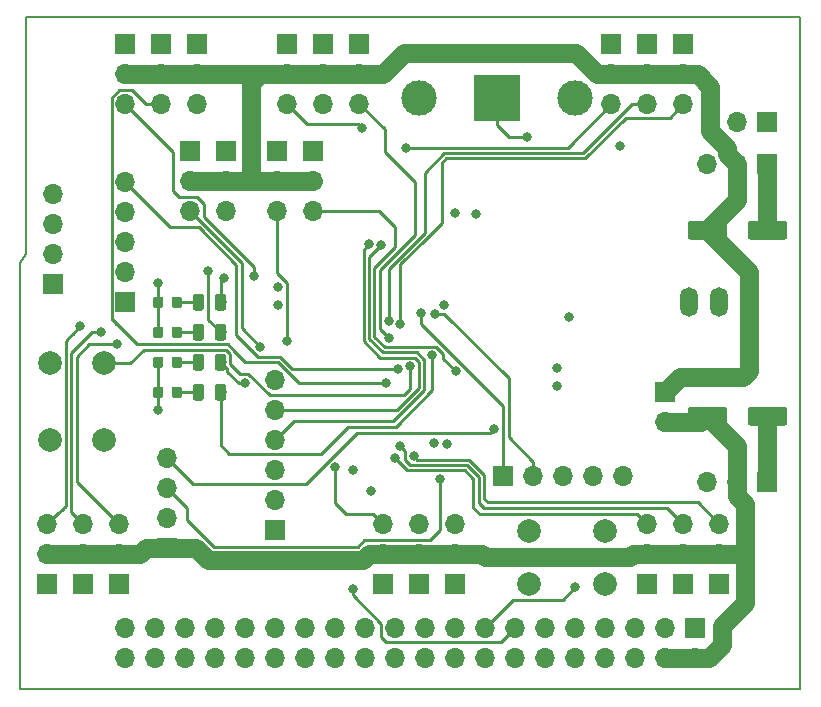
<source format=gbr>
G04 #@! TF.GenerationSoftware,KiCad,Pcbnew,(5.1.0)-1*
G04 #@! TF.CreationDate,2019-04-21T19:35:35+02:00*
G04 #@! TF.ProjectId,RM Board03,524d2042-6f61-4726-9430-332e6b696361,rev?*
G04 #@! TF.SameCoordinates,Original*
G04 #@! TF.FileFunction,Copper,L1,Top*
G04 #@! TF.FilePolarity,Positive*
%FSLAX46Y46*%
G04 Gerber Fmt 4.6, Leading zero omitted, Abs format (unit mm)*
G04 Created by KiCad (PCBNEW (5.1.0)-1) date 2019-04-21 19:35:35*
%MOMM*%
%LPD*%
G04 APERTURE LIST*
%ADD10C,0.150000*%
%ADD11O,1.700000X1.700000*%
%ADD12R,1.700000X1.700000*%
%ADD13C,1.600000*%
%ADD14R,4.000000X4.000000*%
%ADD15C,3.000000*%
%ADD16C,0.875000*%
%ADD17O,1.500000X2.500000*%
%ADD18R,1.500000X2.500000*%
%ADD19C,0.975000*%
%ADD20C,2.000000*%
%ADD21C,0.800000*%
%ADD22C,1.600000*%
%ADD23C,0.250000*%
G04 APERTURE END LIST*
D10*
X99314000Y-118872000D02*
X99314000Y-98806000D01*
X98806000Y-119634000D02*
X99314000Y-118872000D01*
X98806000Y-155702000D02*
X98806000Y-119634000D01*
X164846000Y-155702000D02*
X98806000Y-155702000D01*
X164846000Y-98806000D02*
X164846000Y-155702000D01*
X99314000Y-98806000D02*
X164846000Y-98806000D01*
D11*
X149860000Y-137668000D03*
X147320000Y-137668000D03*
X144780000Y-137668000D03*
X142240000Y-137668000D03*
D12*
X139700000Y-137668000D03*
D10*
G36*
X163486504Y-116041204D02*
G01*
X163510773Y-116044804D01*
X163534571Y-116050765D01*
X163557671Y-116059030D01*
X163579849Y-116069520D01*
X163600893Y-116082133D01*
X163620598Y-116096747D01*
X163638777Y-116113223D01*
X163655253Y-116131402D01*
X163669867Y-116151107D01*
X163682480Y-116172151D01*
X163692970Y-116194329D01*
X163701235Y-116217429D01*
X163707196Y-116241227D01*
X163710796Y-116265496D01*
X163712000Y-116290000D01*
X163712000Y-117390000D01*
X163710796Y-117414504D01*
X163707196Y-117438773D01*
X163701235Y-117462571D01*
X163692970Y-117485671D01*
X163682480Y-117507849D01*
X163669867Y-117528893D01*
X163655253Y-117548598D01*
X163638777Y-117566777D01*
X163620598Y-117583253D01*
X163600893Y-117597867D01*
X163579849Y-117610480D01*
X163557671Y-117620970D01*
X163534571Y-117629235D01*
X163510773Y-117635196D01*
X163486504Y-117638796D01*
X163462000Y-117640000D01*
X160637000Y-117640000D01*
X160612496Y-117638796D01*
X160588227Y-117635196D01*
X160564429Y-117629235D01*
X160541329Y-117620970D01*
X160519151Y-117610480D01*
X160498107Y-117597867D01*
X160478402Y-117583253D01*
X160460223Y-117566777D01*
X160443747Y-117548598D01*
X160429133Y-117528893D01*
X160416520Y-117507849D01*
X160406030Y-117485671D01*
X160397765Y-117462571D01*
X160391804Y-117438773D01*
X160388204Y-117414504D01*
X160387000Y-117390000D01*
X160387000Y-116290000D01*
X160388204Y-116265496D01*
X160391804Y-116241227D01*
X160397765Y-116217429D01*
X160406030Y-116194329D01*
X160416520Y-116172151D01*
X160429133Y-116151107D01*
X160443747Y-116131402D01*
X160460223Y-116113223D01*
X160478402Y-116096747D01*
X160498107Y-116082133D01*
X160519151Y-116069520D01*
X160541329Y-116059030D01*
X160564429Y-116050765D01*
X160588227Y-116044804D01*
X160612496Y-116041204D01*
X160637000Y-116040000D01*
X163462000Y-116040000D01*
X163486504Y-116041204D01*
X163486504Y-116041204D01*
G37*
D13*
X162049500Y-116840000D03*
D10*
G36*
X158411504Y-116041204D02*
G01*
X158435773Y-116044804D01*
X158459571Y-116050765D01*
X158482671Y-116059030D01*
X158504849Y-116069520D01*
X158525893Y-116082133D01*
X158545598Y-116096747D01*
X158563777Y-116113223D01*
X158580253Y-116131402D01*
X158594867Y-116151107D01*
X158607480Y-116172151D01*
X158617970Y-116194329D01*
X158626235Y-116217429D01*
X158632196Y-116241227D01*
X158635796Y-116265496D01*
X158637000Y-116290000D01*
X158637000Y-117390000D01*
X158635796Y-117414504D01*
X158632196Y-117438773D01*
X158626235Y-117462571D01*
X158617970Y-117485671D01*
X158607480Y-117507849D01*
X158594867Y-117528893D01*
X158580253Y-117548598D01*
X158563777Y-117566777D01*
X158545598Y-117583253D01*
X158525893Y-117597867D01*
X158504849Y-117610480D01*
X158482671Y-117620970D01*
X158459571Y-117629235D01*
X158435773Y-117635196D01*
X158411504Y-117638796D01*
X158387000Y-117640000D01*
X155562000Y-117640000D01*
X155537496Y-117638796D01*
X155513227Y-117635196D01*
X155489429Y-117629235D01*
X155466329Y-117620970D01*
X155444151Y-117610480D01*
X155423107Y-117597867D01*
X155403402Y-117583253D01*
X155385223Y-117566777D01*
X155368747Y-117548598D01*
X155354133Y-117528893D01*
X155341520Y-117507849D01*
X155331030Y-117485671D01*
X155322765Y-117462571D01*
X155316804Y-117438773D01*
X155313204Y-117414504D01*
X155312000Y-117390000D01*
X155312000Y-116290000D01*
X155313204Y-116265496D01*
X155316804Y-116241227D01*
X155322765Y-116217429D01*
X155331030Y-116194329D01*
X155341520Y-116172151D01*
X155354133Y-116151107D01*
X155368747Y-116131402D01*
X155385223Y-116113223D01*
X155403402Y-116096747D01*
X155423107Y-116082133D01*
X155444151Y-116069520D01*
X155466329Y-116059030D01*
X155489429Y-116050765D01*
X155513227Y-116044804D01*
X155537496Y-116041204D01*
X155562000Y-116040000D01*
X158387000Y-116040000D01*
X158411504Y-116041204D01*
X158411504Y-116041204D01*
G37*
D13*
X156974500Y-116840000D03*
D11*
X135636000Y-141732000D03*
X135636000Y-144272000D03*
D12*
X135636000Y-146812000D03*
D11*
X154940000Y-141732000D03*
X154940000Y-144272000D03*
D12*
X154940000Y-146812000D03*
D10*
G36*
X163486504Y-131789204D02*
G01*
X163510773Y-131792804D01*
X163534571Y-131798765D01*
X163557671Y-131807030D01*
X163579849Y-131817520D01*
X163600893Y-131830133D01*
X163620598Y-131844747D01*
X163638777Y-131861223D01*
X163655253Y-131879402D01*
X163669867Y-131899107D01*
X163682480Y-131920151D01*
X163692970Y-131942329D01*
X163701235Y-131965429D01*
X163707196Y-131989227D01*
X163710796Y-132013496D01*
X163712000Y-132038000D01*
X163712000Y-133138000D01*
X163710796Y-133162504D01*
X163707196Y-133186773D01*
X163701235Y-133210571D01*
X163692970Y-133233671D01*
X163682480Y-133255849D01*
X163669867Y-133276893D01*
X163655253Y-133296598D01*
X163638777Y-133314777D01*
X163620598Y-133331253D01*
X163600893Y-133345867D01*
X163579849Y-133358480D01*
X163557671Y-133368970D01*
X163534571Y-133377235D01*
X163510773Y-133383196D01*
X163486504Y-133386796D01*
X163462000Y-133388000D01*
X160637000Y-133388000D01*
X160612496Y-133386796D01*
X160588227Y-133383196D01*
X160564429Y-133377235D01*
X160541329Y-133368970D01*
X160519151Y-133358480D01*
X160498107Y-133345867D01*
X160478402Y-133331253D01*
X160460223Y-133314777D01*
X160443747Y-133296598D01*
X160429133Y-133276893D01*
X160416520Y-133255849D01*
X160406030Y-133233671D01*
X160397765Y-133210571D01*
X160391804Y-133186773D01*
X160388204Y-133162504D01*
X160387000Y-133138000D01*
X160387000Y-132038000D01*
X160388204Y-132013496D01*
X160391804Y-131989227D01*
X160397765Y-131965429D01*
X160406030Y-131942329D01*
X160416520Y-131920151D01*
X160429133Y-131899107D01*
X160443747Y-131879402D01*
X160460223Y-131861223D01*
X160478402Y-131844747D01*
X160498107Y-131830133D01*
X160519151Y-131817520D01*
X160541329Y-131807030D01*
X160564429Y-131798765D01*
X160588227Y-131792804D01*
X160612496Y-131789204D01*
X160637000Y-131788000D01*
X163462000Y-131788000D01*
X163486504Y-131789204D01*
X163486504Y-131789204D01*
G37*
D13*
X162049500Y-132588000D03*
D10*
G36*
X158411504Y-131789204D02*
G01*
X158435773Y-131792804D01*
X158459571Y-131798765D01*
X158482671Y-131807030D01*
X158504849Y-131817520D01*
X158525893Y-131830133D01*
X158545598Y-131844747D01*
X158563777Y-131861223D01*
X158580253Y-131879402D01*
X158594867Y-131899107D01*
X158607480Y-131920151D01*
X158617970Y-131942329D01*
X158626235Y-131965429D01*
X158632196Y-131989227D01*
X158635796Y-132013496D01*
X158637000Y-132038000D01*
X158637000Y-133138000D01*
X158635796Y-133162504D01*
X158632196Y-133186773D01*
X158626235Y-133210571D01*
X158617970Y-133233671D01*
X158607480Y-133255849D01*
X158594867Y-133276893D01*
X158580253Y-133296598D01*
X158563777Y-133314777D01*
X158545598Y-133331253D01*
X158525893Y-133345867D01*
X158504849Y-133358480D01*
X158482671Y-133368970D01*
X158459571Y-133377235D01*
X158435773Y-133383196D01*
X158411504Y-133386796D01*
X158387000Y-133388000D01*
X155562000Y-133388000D01*
X155537496Y-133386796D01*
X155513227Y-133383196D01*
X155489429Y-133377235D01*
X155466329Y-133368970D01*
X155444151Y-133358480D01*
X155423107Y-133345867D01*
X155403402Y-133331253D01*
X155385223Y-133314777D01*
X155368747Y-133296598D01*
X155354133Y-133276893D01*
X155341520Y-133255849D01*
X155331030Y-133233671D01*
X155322765Y-133210571D01*
X155316804Y-133186773D01*
X155313204Y-133162504D01*
X155312000Y-133138000D01*
X155312000Y-132038000D01*
X155313204Y-132013496D01*
X155316804Y-131989227D01*
X155322765Y-131965429D01*
X155331030Y-131942329D01*
X155341520Y-131920151D01*
X155354133Y-131899107D01*
X155368747Y-131879402D01*
X155385223Y-131861223D01*
X155403402Y-131844747D01*
X155423107Y-131830133D01*
X155444151Y-131817520D01*
X155466329Y-131807030D01*
X155489429Y-131798765D01*
X155513227Y-131792804D01*
X155537496Y-131789204D01*
X155562000Y-131788000D01*
X158387000Y-131788000D01*
X158411504Y-131789204D01*
X158411504Y-131789204D01*
G37*
D13*
X156974500Y-132588000D03*
D11*
X156972000Y-138176000D03*
X159512000Y-138176000D03*
D12*
X162052000Y-138176000D03*
D11*
X153416000Y-133096000D03*
D12*
X153416000Y-130556000D03*
D11*
X156972000Y-111252000D03*
X159512000Y-111252000D03*
D12*
X162052000Y-111252000D03*
D14*
X139192000Y-105664000D03*
D15*
X132592000Y-105664000D03*
X145792000Y-105664000D03*
D12*
X111252000Y-143764000D03*
D11*
X111252000Y-141224000D03*
X111252000Y-138684000D03*
X111252000Y-136144000D03*
X127508000Y-106172000D03*
X127508000Y-103632000D03*
D12*
X127508000Y-101092000D03*
D11*
X124460000Y-106172000D03*
X124460000Y-103632000D03*
D12*
X124460000Y-101092000D03*
D11*
X107696000Y-106172000D03*
X107696000Y-103632000D03*
D12*
X107696000Y-101092000D03*
D11*
X129540000Y-141732000D03*
X129540000Y-144272000D03*
D12*
X129540000Y-146812000D03*
D11*
X101092000Y-141732000D03*
X101092000Y-144272000D03*
D12*
X101092000Y-146812000D03*
D11*
X151892000Y-141732000D03*
X151892000Y-144272000D03*
D12*
X151892000Y-146812000D03*
D11*
X157988000Y-141732000D03*
X157988000Y-144272000D03*
D12*
X157988000Y-146812000D03*
D11*
X107188000Y-141732000D03*
X107188000Y-144272000D03*
D12*
X107188000Y-146812000D03*
D11*
X154940000Y-106172000D03*
X154940000Y-103632000D03*
D12*
X154940000Y-101092000D03*
D11*
X104140000Y-141732000D03*
X104140000Y-144272000D03*
D12*
X104140000Y-146812000D03*
D11*
X123571000Y-115189000D03*
X123571000Y-112649000D03*
D12*
X123571000Y-110109000D03*
D11*
X113157000Y-115189000D03*
X113157000Y-112649000D03*
D12*
X113157000Y-110109000D03*
D11*
X151892000Y-106172000D03*
X151892000Y-103632000D03*
D12*
X151892000Y-101092000D03*
D11*
X132588000Y-141732000D03*
X132588000Y-144272000D03*
D12*
X132588000Y-146812000D03*
D11*
X110744000Y-106172000D03*
X110744000Y-103632000D03*
D12*
X110744000Y-101092000D03*
D11*
X148844000Y-106172000D03*
X148844000Y-103632000D03*
D12*
X148844000Y-101092000D03*
D11*
X116205000Y-115189000D03*
X116205000Y-112649000D03*
D12*
X116205000Y-110109000D03*
D11*
X121412000Y-106172000D03*
X121412000Y-103632000D03*
D12*
X121412000Y-101092000D03*
D11*
X120523000Y-115189000D03*
X120523000Y-112649000D03*
D12*
X120523000Y-110109000D03*
D11*
X113792000Y-106172000D03*
X113792000Y-103632000D03*
D12*
X113792000Y-101092000D03*
D11*
X107696000Y-112776000D03*
X107696000Y-115316000D03*
X107696000Y-117856000D03*
X107696000Y-120396000D03*
D12*
X107696000Y-122936000D03*
D11*
X120396000Y-129540000D03*
X120396000Y-132080000D03*
X120396000Y-134620000D03*
X120396000Y-137160000D03*
X120396000Y-139700000D03*
D12*
X120396000Y-142240000D03*
D10*
G36*
X112279691Y-125002053D02*
G01*
X112300926Y-125005203D01*
X112321750Y-125010419D01*
X112341962Y-125017651D01*
X112361368Y-125026830D01*
X112379781Y-125037866D01*
X112397024Y-125050654D01*
X112412930Y-125065070D01*
X112427346Y-125080976D01*
X112440134Y-125098219D01*
X112451170Y-125116632D01*
X112460349Y-125136038D01*
X112467581Y-125156250D01*
X112472797Y-125177074D01*
X112475947Y-125198309D01*
X112477000Y-125219750D01*
X112477000Y-125732250D01*
X112475947Y-125753691D01*
X112472797Y-125774926D01*
X112467581Y-125795750D01*
X112460349Y-125815962D01*
X112451170Y-125835368D01*
X112440134Y-125853781D01*
X112427346Y-125871024D01*
X112412930Y-125886930D01*
X112397024Y-125901346D01*
X112379781Y-125914134D01*
X112361368Y-125925170D01*
X112341962Y-125934349D01*
X112321750Y-125941581D01*
X112300926Y-125946797D01*
X112279691Y-125949947D01*
X112258250Y-125951000D01*
X111820750Y-125951000D01*
X111799309Y-125949947D01*
X111778074Y-125946797D01*
X111757250Y-125941581D01*
X111737038Y-125934349D01*
X111717632Y-125925170D01*
X111699219Y-125914134D01*
X111681976Y-125901346D01*
X111666070Y-125886930D01*
X111651654Y-125871024D01*
X111638866Y-125853781D01*
X111627830Y-125835368D01*
X111618651Y-125815962D01*
X111611419Y-125795750D01*
X111606203Y-125774926D01*
X111603053Y-125753691D01*
X111602000Y-125732250D01*
X111602000Y-125219750D01*
X111603053Y-125198309D01*
X111606203Y-125177074D01*
X111611419Y-125156250D01*
X111618651Y-125136038D01*
X111627830Y-125116632D01*
X111638866Y-125098219D01*
X111651654Y-125080976D01*
X111666070Y-125065070D01*
X111681976Y-125050654D01*
X111699219Y-125037866D01*
X111717632Y-125026830D01*
X111737038Y-125017651D01*
X111757250Y-125010419D01*
X111778074Y-125005203D01*
X111799309Y-125002053D01*
X111820750Y-125001000D01*
X112258250Y-125001000D01*
X112279691Y-125002053D01*
X112279691Y-125002053D01*
G37*
D16*
X112039500Y-125476000D03*
D10*
G36*
X110704691Y-125002053D02*
G01*
X110725926Y-125005203D01*
X110746750Y-125010419D01*
X110766962Y-125017651D01*
X110786368Y-125026830D01*
X110804781Y-125037866D01*
X110822024Y-125050654D01*
X110837930Y-125065070D01*
X110852346Y-125080976D01*
X110865134Y-125098219D01*
X110876170Y-125116632D01*
X110885349Y-125136038D01*
X110892581Y-125156250D01*
X110897797Y-125177074D01*
X110900947Y-125198309D01*
X110902000Y-125219750D01*
X110902000Y-125732250D01*
X110900947Y-125753691D01*
X110897797Y-125774926D01*
X110892581Y-125795750D01*
X110885349Y-125815962D01*
X110876170Y-125835368D01*
X110865134Y-125853781D01*
X110852346Y-125871024D01*
X110837930Y-125886930D01*
X110822024Y-125901346D01*
X110804781Y-125914134D01*
X110786368Y-125925170D01*
X110766962Y-125934349D01*
X110746750Y-125941581D01*
X110725926Y-125946797D01*
X110704691Y-125949947D01*
X110683250Y-125951000D01*
X110245750Y-125951000D01*
X110224309Y-125949947D01*
X110203074Y-125946797D01*
X110182250Y-125941581D01*
X110162038Y-125934349D01*
X110142632Y-125925170D01*
X110124219Y-125914134D01*
X110106976Y-125901346D01*
X110091070Y-125886930D01*
X110076654Y-125871024D01*
X110063866Y-125853781D01*
X110052830Y-125835368D01*
X110043651Y-125815962D01*
X110036419Y-125795750D01*
X110031203Y-125774926D01*
X110028053Y-125753691D01*
X110027000Y-125732250D01*
X110027000Y-125219750D01*
X110028053Y-125198309D01*
X110031203Y-125177074D01*
X110036419Y-125156250D01*
X110043651Y-125136038D01*
X110052830Y-125116632D01*
X110063866Y-125098219D01*
X110076654Y-125080976D01*
X110091070Y-125065070D01*
X110106976Y-125050654D01*
X110124219Y-125037866D01*
X110142632Y-125026830D01*
X110162038Y-125017651D01*
X110182250Y-125010419D01*
X110203074Y-125005203D01*
X110224309Y-125002053D01*
X110245750Y-125001000D01*
X110683250Y-125001000D01*
X110704691Y-125002053D01*
X110704691Y-125002053D01*
G37*
D16*
X110464500Y-125476000D03*
D10*
G36*
X112279691Y-127542053D02*
G01*
X112300926Y-127545203D01*
X112321750Y-127550419D01*
X112341962Y-127557651D01*
X112361368Y-127566830D01*
X112379781Y-127577866D01*
X112397024Y-127590654D01*
X112412930Y-127605070D01*
X112427346Y-127620976D01*
X112440134Y-127638219D01*
X112451170Y-127656632D01*
X112460349Y-127676038D01*
X112467581Y-127696250D01*
X112472797Y-127717074D01*
X112475947Y-127738309D01*
X112477000Y-127759750D01*
X112477000Y-128272250D01*
X112475947Y-128293691D01*
X112472797Y-128314926D01*
X112467581Y-128335750D01*
X112460349Y-128355962D01*
X112451170Y-128375368D01*
X112440134Y-128393781D01*
X112427346Y-128411024D01*
X112412930Y-128426930D01*
X112397024Y-128441346D01*
X112379781Y-128454134D01*
X112361368Y-128465170D01*
X112341962Y-128474349D01*
X112321750Y-128481581D01*
X112300926Y-128486797D01*
X112279691Y-128489947D01*
X112258250Y-128491000D01*
X111820750Y-128491000D01*
X111799309Y-128489947D01*
X111778074Y-128486797D01*
X111757250Y-128481581D01*
X111737038Y-128474349D01*
X111717632Y-128465170D01*
X111699219Y-128454134D01*
X111681976Y-128441346D01*
X111666070Y-128426930D01*
X111651654Y-128411024D01*
X111638866Y-128393781D01*
X111627830Y-128375368D01*
X111618651Y-128355962D01*
X111611419Y-128335750D01*
X111606203Y-128314926D01*
X111603053Y-128293691D01*
X111602000Y-128272250D01*
X111602000Y-127759750D01*
X111603053Y-127738309D01*
X111606203Y-127717074D01*
X111611419Y-127696250D01*
X111618651Y-127676038D01*
X111627830Y-127656632D01*
X111638866Y-127638219D01*
X111651654Y-127620976D01*
X111666070Y-127605070D01*
X111681976Y-127590654D01*
X111699219Y-127577866D01*
X111717632Y-127566830D01*
X111737038Y-127557651D01*
X111757250Y-127550419D01*
X111778074Y-127545203D01*
X111799309Y-127542053D01*
X111820750Y-127541000D01*
X112258250Y-127541000D01*
X112279691Y-127542053D01*
X112279691Y-127542053D01*
G37*
D16*
X112039500Y-128016000D03*
D10*
G36*
X110704691Y-127542053D02*
G01*
X110725926Y-127545203D01*
X110746750Y-127550419D01*
X110766962Y-127557651D01*
X110786368Y-127566830D01*
X110804781Y-127577866D01*
X110822024Y-127590654D01*
X110837930Y-127605070D01*
X110852346Y-127620976D01*
X110865134Y-127638219D01*
X110876170Y-127656632D01*
X110885349Y-127676038D01*
X110892581Y-127696250D01*
X110897797Y-127717074D01*
X110900947Y-127738309D01*
X110902000Y-127759750D01*
X110902000Y-128272250D01*
X110900947Y-128293691D01*
X110897797Y-128314926D01*
X110892581Y-128335750D01*
X110885349Y-128355962D01*
X110876170Y-128375368D01*
X110865134Y-128393781D01*
X110852346Y-128411024D01*
X110837930Y-128426930D01*
X110822024Y-128441346D01*
X110804781Y-128454134D01*
X110786368Y-128465170D01*
X110766962Y-128474349D01*
X110746750Y-128481581D01*
X110725926Y-128486797D01*
X110704691Y-128489947D01*
X110683250Y-128491000D01*
X110245750Y-128491000D01*
X110224309Y-128489947D01*
X110203074Y-128486797D01*
X110182250Y-128481581D01*
X110162038Y-128474349D01*
X110142632Y-128465170D01*
X110124219Y-128454134D01*
X110106976Y-128441346D01*
X110091070Y-128426930D01*
X110076654Y-128411024D01*
X110063866Y-128393781D01*
X110052830Y-128375368D01*
X110043651Y-128355962D01*
X110036419Y-128335750D01*
X110031203Y-128314926D01*
X110028053Y-128293691D01*
X110027000Y-128272250D01*
X110027000Y-127759750D01*
X110028053Y-127738309D01*
X110031203Y-127717074D01*
X110036419Y-127696250D01*
X110043651Y-127676038D01*
X110052830Y-127656632D01*
X110063866Y-127638219D01*
X110076654Y-127620976D01*
X110091070Y-127605070D01*
X110106976Y-127590654D01*
X110124219Y-127577866D01*
X110142632Y-127566830D01*
X110162038Y-127557651D01*
X110182250Y-127550419D01*
X110203074Y-127545203D01*
X110224309Y-127542053D01*
X110245750Y-127541000D01*
X110683250Y-127541000D01*
X110704691Y-127542053D01*
X110704691Y-127542053D01*
G37*
D16*
X110464500Y-128016000D03*
D10*
G36*
X112279691Y-122462053D02*
G01*
X112300926Y-122465203D01*
X112321750Y-122470419D01*
X112341962Y-122477651D01*
X112361368Y-122486830D01*
X112379781Y-122497866D01*
X112397024Y-122510654D01*
X112412930Y-122525070D01*
X112427346Y-122540976D01*
X112440134Y-122558219D01*
X112451170Y-122576632D01*
X112460349Y-122596038D01*
X112467581Y-122616250D01*
X112472797Y-122637074D01*
X112475947Y-122658309D01*
X112477000Y-122679750D01*
X112477000Y-123192250D01*
X112475947Y-123213691D01*
X112472797Y-123234926D01*
X112467581Y-123255750D01*
X112460349Y-123275962D01*
X112451170Y-123295368D01*
X112440134Y-123313781D01*
X112427346Y-123331024D01*
X112412930Y-123346930D01*
X112397024Y-123361346D01*
X112379781Y-123374134D01*
X112361368Y-123385170D01*
X112341962Y-123394349D01*
X112321750Y-123401581D01*
X112300926Y-123406797D01*
X112279691Y-123409947D01*
X112258250Y-123411000D01*
X111820750Y-123411000D01*
X111799309Y-123409947D01*
X111778074Y-123406797D01*
X111757250Y-123401581D01*
X111737038Y-123394349D01*
X111717632Y-123385170D01*
X111699219Y-123374134D01*
X111681976Y-123361346D01*
X111666070Y-123346930D01*
X111651654Y-123331024D01*
X111638866Y-123313781D01*
X111627830Y-123295368D01*
X111618651Y-123275962D01*
X111611419Y-123255750D01*
X111606203Y-123234926D01*
X111603053Y-123213691D01*
X111602000Y-123192250D01*
X111602000Y-122679750D01*
X111603053Y-122658309D01*
X111606203Y-122637074D01*
X111611419Y-122616250D01*
X111618651Y-122596038D01*
X111627830Y-122576632D01*
X111638866Y-122558219D01*
X111651654Y-122540976D01*
X111666070Y-122525070D01*
X111681976Y-122510654D01*
X111699219Y-122497866D01*
X111717632Y-122486830D01*
X111737038Y-122477651D01*
X111757250Y-122470419D01*
X111778074Y-122465203D01*
X111799309Y-122462053D01*
X111820750Y-122461000D01*
X112258250Y-122461000D01*
X112279691Y-122462053D01*
X112279691Y-122462053D01*
G37*
D16*
X112039500Y-122936000D03*
D10*
G36*
X110704691Y-122462053D02*
G01*
X110725926Y-122465203D01*
X110746750Y-122470419D01*
X110766962Y-122477651D01*
X110786368Y-122486830D01*
X110804781Y-122497866D01*
X110822024Y-122510654D01*
X110837930Y-122525070D01*
X110852346Y-122540976D01*
X110865134Y-122558219D01*
X110876170Y-122576632D01*
X110885349Y-122596038D01*
X110892581Y-122616250D01*
X110897797Y-122637074D01*
X110900947Y-122658309D01*
X110902000Y-122679750D01*
X110902000Y-123192250D01*
X110900947Y-123213691D01*
X110897797Y-123234926D01*
X110892581Y-123255750D01*
X110885349Y-123275962D01*
X110876170Y-123295368D01*
X110865134Y-123313781D01*
X110852346Y-123331024D01*
X110837930Y-123346930D01*
X110822024Y-123361346D01*
X110804781Y-123374134D01*
X110786368Y-123385170D01*
X110766962Y-123394349D01*
X110746750Y-123401581D01*
X110725926Y-123406797D01*
X110704691Y-123409947D01*
X110683250Y-123411000D01*
X110245750Y-123411000D01*
X110224309Y-123409947D01*
X110203074Y-123406797D01*
X110182250Y-123401581D01*
X110162038Y-123394349D01*
X110142632Y-123385170D01*
X110124219Y-123374134D01*
X110106976Y-123361346D01*
X110091070Y-123346930D01*
X110076654Y-123331024D01*
X110063866Y-123313781D01*
X110052830Y-123295368D01*
X110043651Y-123275962D01*
X110036419Y-123255750D01*
X110031203Y-123234926D01*
X110028053Y-123213691D01*
X110027000Y-123192250D01*
X110027000Y-122679750D01*
X110028053Y-122658309D01*
X110031203Y-122637074D01*
X110036419Y-122616250D01*
X110043651Y-122596038D01*
X110052830Y-122576632D01*
X110063866Y-122558219D01*
X110076654Y-122540976D01*
X110091070Y-122525070D01*
X110106976Y-122510654D01*
X110124219Y-122497866D01*
X110142632Y-122486830D01*
X110162038Y-122477651D01*
X110182250Y-122470419D01*
X110203074Y-122465203D01*
X110224309Y-122462053D01*
X110245750Y-122461000D01*
X110683250Y-122461000D01*
X110704691Y-122462053D01*
X110704691Y-122462053D01*
G37*
D16*
X110464500Y-122936000D03*
D17*
X155448000Y-122936000D03*
X157988000Y-122936000D03*
D18*
X160528000Y-122936000D03*
D11*
X101600000Y-113792000D03*
X101600000Y-116332000D03*
X101600000Y-118872000D03*
D12*
X101600000Y-121412000D03*
D11*
X107636990Y-153062349D03*
X107636990Y-150522349D03*
X110176990Y-153062349D03*
X110176990Y-150522349D03*
X112716990Y-153062349D03*
X112716990Y-150522349D03*
X115256990Y-153062349D03*
X115256990Y-150522349D03*
X117796990Y-153062349D03*
X117796990Y-150522349D03*
X120336990Y-153062349D03*
X120336990Y-150522349D03*
X122876990Y-153062349D03*
X122876990Y-150522349D03*
X125416990Y-153062349D03*
X125416990Y-150522349D03*
X127956990Y-153062349D03*
X127956990Y-150522349D03*
X130496990Y-153062349D03*
X130496990Y-150522349D03*
X133036990Y-153062349D03*
X133036990Y-150522349D03*
X135576990Y-153062349D03*
X135576990Y-150522349D03*
X138116990Y-153062349D03*
X138116990Y-150522349D03*
X140656990Y-153062349D03*
X140656990Y-150522349D03*
X143196990Y-153062349D03*
X143196990Y-150522349D03*
X145736990Y-153062349D03*
X145736990Y-150522349D03*
X148276990Y-153062349D03*
X148276990Y-150522349D03*
X150816990Y-153062349D03*
X150816990Y-150522349D03*
X153356990Y-153062349D03*
X153356990Y-150522349D03*
X155896990Y-153062349D03*
D12*
X155896990Y-150522349D03*
D10*
G36*
X112279691Y-130082053D02*
G01*
X112300926Y-130085203D01*
X112321750Y-130090419D01*
X112341962Y-130097651D01*
X112361368Y-130106830D01*
X112379781Y-130117866D01*
X112397024Y-130130654D01*
X112412930Y-130145070D01*
X112427346Y-130160976D01*
X112440134Y-130178219D01*
X112451170Y-130196632D01*
X112460349Y-130216038D01*
X112467581Y-130236250D01*
X112472797Y-130257074D01*
X112475947Y-130278309D01*
X112477000Y-130299750D01*
X112477000Y-130812250D01*
X112475947Y-130833691D01*
X112472797Y-130854926D01*
X112467581Y-130875750D01*
X112460349Y-130895962D01*
X112451170Y-130915368D01*
X112440134Y-130933781D01*
X112427346Y-130951024D01*
X112412930Y-130966930D01*
X112397024Y-130981346D01*
X112379781Y-130994134D01*
X112361368Y-131005170D01*
X112341962Y-131014349D01*
X112321750Y-131021581D01*
X112300926Y-131026797D01*
X112279691Y-131029947D01*
X112258250Y-131031000D01*
X111820750Y-131031000D01*
X111799309Y-131029947D01*
X111778074Y-131026797D01*
X111757250Y-131021581D01*
X111737038Y-131014349D01*
X111717632Y-131005170D01*
X111699219Y-130994134D01*
X111681976Y-130981346D01*
X111666070Y-130966930D01*
X111651654Y-130951024D01*
X111638866Y-130933781D01*
X111627830Y-130915368D01*
X111618651Y-130895962D01*
X111611419Y-130875750D01*
X111606203Y-130854926D01*
X111603053Y-130833691D01*
X111602000Y-130812250D01*
X111602000Y-130299750D01*
X111603053Y-130278309D01*
X111606203Y-130257074D01*
X111611419Y-130236250D01*
X111618651Y-130216038D01*
X111627830Y-130196632D01*
X111638866Y-130178219D01*
X111651654Y-130160976D01*
X111666070Y-130145070D01*
X111681976Y-130130654D01*
X111699219Y-130117866D01*
X111717632Y-130106830D01*
X111737038Y-130097651D01*
X111757250Y-130090419D01*
X111778074Y-130085203D01*
X111799309Y-130082053D01*
X111820750Y-130081000D01*
X112258250Y-130081000D01*
X112279691Y-130082053D01*
X112279691Y-130082053D01*
G37*
D16*
X112039500Y-130556000D03*
D10*
G36*
X110704691Y-130082053D02*
G01*
X110725926Y-130085203D01*
X110746750Y-130090419D01*
X110766962Y-130097651D01*
X110786368Y-130106830D01*
X110804781Y-130117866D01*
X110822024Y-130130654D01*
X110837930Y-130145070D01*
X110852346Y-130160976D01*
X110865134Y-130178219D01*
X110876170Y-130196632D01*
X110885349Y-130216038D01*
X110892581Y-130236250D01*
X110897797Y-130257074D01*
X110900947Y-130278309D01*
X110902000Y-130299750D01*
X110902000Y-130812250D01*
X110900947Y-130833691D01*
X110897797Y-130854926D01*
X110892581Y-130875750D01*
X110885349Y-130895962D01*
X110876170Y-130915368D01*
X110865134Y-130933781D01*
X110852346Y-130951024D01*
X110837930Y-130966930D01*
X110822024Y-130981346D01*
X110804781Y-130994134D01*
X110786368Y-131005170D01*
X110766962Y-131014349D01*
X110746750Y-131021581D01*
X110725926Y-131026797D01*
X110704691Y-131029947D01*
X110683250Y-131031000D01*
X110245750Y-131031000D01*
X110224309Y-131029947D01*
X110203074Y-131026797D01*
X110182250Y-131021581D01*
X110162038Y-131014349D01*
X110142632Y-131005170D01*
X110124219Y-130994134D01*
X110106976Y-130981346D01*
X110091070Y-130966930D01*
X110076654Y-130951024D01*
X110063866Y-130933781D01*
X110052830Y-130915368D01*
X110043651Y-130895962D01*
X110036419Y-130875750D01*
X110031203Y-130854926D01*
X110028053Y-130833691D01*
X110027000Y-130812250D01*
X110027000Y-130299750D01*
X110028053Y-130278309D01*
X110031203Y-130257074D01*
X110036419Y-130236250D01*
X110043651Y-130216038D01*
X110052830Y-130196632D01*
X110063866Y-130178219D01*
X110076654Y-130160976D01*
X110091070Y-130145070D01*
X110106976Y-130130654D01*
X110124219Y-130117866D01*
X110142632Y-130106830D01*
X110162038Y-130097651D01*
X110182250Y-130090419D01*
X110203074Y-130085203D01*
X110224309Y-130082053D01*
X110245750Y-130081000D01*
X110683250Y-130081000D01*
X110704691Y-130082053D01*
X110704691Y-130082053D01*
G37*
D16*
X110464500Y-130556000D03*
D10*
G36*
X114138142Y-124777174D02*
G01*
X114161803Y-124780684D01*
X114185007Y-124786496D01*
X114207529Y-124794554D01*
X114229153Y-124804782D01*
X114249670Y-124817079D01*
X114268883Y-124831329D01*
X114286607Y-124847393D01*
X114302671Y-124865117D01*
X114316921Y-124884330D01*
X114329218Y-124904847D01*
X114339446Y-124926471D01*
X114347504Y-124948993D01*
X114353316Y-124972197D01*
X114356826Y-124995858D01*
X114358000Y-125019750D01*
X114358000Y-125932250D01*
X114356826Y-125956142D01*
X114353316Y-125979803D01*
X114347504Y-126003007D01*
X114339446Y-126025529D01*
X114329218Y-126047153D01*
X114316921Y-126067670D01*
X114302671Y-126086883D01*
X114286607Y-126104607D01*
X114268883Y-126120671D01*
X114249670Y-126134921D01*
X114229153Y-126147218D01*
X114207529Y-126157446D01*
X114185007Y-126165504D01*
X114161803Y-126171316D01*
X114138142Y-126174826D01*
X114114250Y-126176000D01*
X113626750Y-126176000D01*
X113602858Y-126174826D01*
X113579197Y-126171316D01*
X113555993Y-126165504D01*
X113533471Y-126157446D01*
X113511847Y-126147218D01*
X113491330Y-126134921D01*
X113472117Y-126120671D01*
X113454393Y-126104607D01*
X113438329Y-126086883D01*
X113424079Y-126067670D01*
X113411782Y-126047153D01*
X113401554Y-126025529D01*
X113393496Y-126003007D01*
X113387684Y-125979803D01*
X113384174Y-125956142D01*
X113383000Y-125932250D01*
X113383000Y-125019750D01*
X113384174Y-124995858D01*
X113387684Y-124972197D01*
X113393496Y-124948993D01*
X113401554Y-124926471D01*
X113411782Y-124904847D01*
X113424079Y-124884330D01*
X113438329Y-124865117D01*
X113454393Y-124847393D01*
X113472117Y-124831329D01*
X113491330Y-124817079D01*
X113511847Y-124804782D01*
X113533471Y-124794554D01*
X113555993Y-124786496D01*
X113579197Y-124780684D01*
X113602858Y-124777174D01*
X113626750Y-124776000D01*
X114114250Y-124776000D01*
X114138142Y-124777174D01*
X114138142Y-124777174D01*
G37*
D19*
X113870500Y-125476000D03*
D10*
G36*
X116013142Y-124777174D02*
G01*
X116036803Y-124780684D01*
X116060007Y-124786496D01*
X116082529Y-124794554D01*
X116104153Y-124804782D01*
X116124670Y-124817079D01*
X116143883Y-124831329D01*
X116161607Y-124847393D01*
X116177671Y-124865117D01*
X116191921Y-124884330D01*
X116204218Y-124904847D01*
X116214446Y-124926471D01*
X116222504Y-124948993D01*
X116228316Y-124972197D01*
X116231826Y-124995858D01*
X116233000Y-125019750D01*
X116233000Y-125932250D01*
X116231826Y-125956142D01*
X116228316Y-125979803D01*
X116222504Y-126003007D01*
X116214446Y-126025529D01*
X116204218Y-126047153D01*
X116191921Y-126067670D01*
X116177671Y-126086883D01*
X116161607Y-126104607D01*
X116143883Y-126120671D01*
X116124670Y-126134921D01*
X116104153Y-126147218D01*
X116082529Y-126157446D01*
X116060007Y-126165504D01*
X116036803Y-126171316D01*
X116013142Y-126174826D01*
X115989250Y-126176000D01*
X115501750Y-126176000D01*
X115477858Y-126174826D01*
X115454197Y-126171316D01*
X115430993Y-126165504D01*
X115408471Y-126157446D01*
X115386847Y-126147218D01*
X115366330Y-126134921D01*
X115347117Y-126120671D01*
X115329393Y-126104607D01*
X115313329Y-126086883D01*
X115299079Y-126067670D01*
X115286782Y-126047153D01*
X115276554Y-126025529D01*
X115268496Y-126003007D01*
X115262684Y-125979803D01*
X115259174Y-125956142D01*
X115258000Y-125932250D01*
X115258000Y-125019750D01*
X115259174Y-124995858D01*
X115262684Y-124972197D01*
X115268496Y-124948993D01*
X115276554Y-124926471D01*
X115286782Y-124904847D01*
X115299079Y-124884330D01*
X115313329Y-124865117D01*
X115329393Y-124847393D01*
X115347117Y-124831329D01*
X115366330Y-124817079D01*
X115386847Y-124804782D01*
X115408471Y-124794554D01*
X115430993Y-124786496D01*
X115454197Y-124780684D01*
X115477858Y-124777174D01*
X115501750Y-124776000D01*
X115989250Y-124776000D01*
X116013142Y-124777174D01*
X116013142Y-124777174D01*
G37*
D19*
X115745500Y-125476000D03*
D10*
G36*
X114138142Y-127317174D02*
G01*
X114161803Y-127320684D01*
X114185007Y-127326496D01*
X114207529Y-127334554D01*
X114229153Y-127344782D01*
X114249670Y-127357079D01*
X114268883Y-127371329D01*
X114286607Y-127387393D01*
X114302671Y-127405117D01*
X114316921Y-127424330D01*
X114329218Y-127444847D01*
X114339446Y-127466471D01*
X114347504Y-127488993D01*
X114353316Y-127512197D01*
X114356826Y-127535858D01*
X114358000Y-127559750D01*
X114358000Y-128472250D01*
X114356826Y-128496142D01*
X114353316Y-128519803D01*
X114347504Y-128543007D01*
X114339446Y-128565529D01*
X114329218Y-128587153D01*
X114316921Y-128607670D01*
X114302671Y-128626883D01*
X114286607Y-128644607D01*
X114268883Y-128660671D01*
X114249670Y-128674921D01*
X114229153Y-128687218D01*
X114207529Y-128697446D01*
X114185007Y-128705504D01*
X114161803Y-128711316D01*
X114138142Y-128714826D01*
X114114250Y-128716000D01*
X113626750Y-128716000D01*
X113602858Y-128714826D01*
X113579197Y-128711316D01*
X113555993Y-128705504D01*
X113533471Y-128697446D01*
X113511847Y-128687218D01*
X113491330Y-128674921D01*
X113472117Y-128660671D01*
X113454393Y-128644607D01*
X113438329Y-128626883D01*
X113424079Y-128607670D01*
X113411782Y-128587153D01*
X113401554Y-128565529D01*
X113393496Y-128543007D01*
X113387684Y-128519803D01*
X113384174Y-128496142D01*
X113383000Y-128472250D01*
X113383000Y-127559750D01*
X113384174Y-127535858D01*
X113387684Y-127512197D01*
X113393496Y-127488993D01*
X113401554Y-127466471D01*
X113411782Y-127444847D01*
X113424079Y-127424330D01*
X113438329Y-127405117D01*
X113454393Y-127387393D01*
X113472117Y-127371329D01*
X113491330Y-127357079D01*
X113511847Y-127344782D01*
X113533471Y-127334554D01*
X113555993Y-127326496D01*
X113579197Y-127320684D01*
X113602858Y-127317174D01*
X113626750Y-127316000D01*
X114114250Y-127316000D01*
X114138142Y-127317174D01*
X114138142Y-127317174D01*
G37*
D19*
X113870500Y-128016000D03*
D10*
G36*
X116013142Y-127317174D02*
G01*
X116036803Y-127320684D01*
X116060007Y-127326496D01*
X116082529Y-127334554D01*
X116104153Y-127344782D01*
X116124670Y-127357079D01*
X116143883Y-127371329D01*
X116161607Y-127387393D01*
X116177671Y-127405117D01*
X116191921Y-127424330D01*
X116204218Y-127444847D01*
X116214446Y-127466471D01*
X116222504Y-127488993D01*
X116228316Y-127512197D01*
X116231826Y-127535858D01*
X116233000Y-127559750D01*
X116233000Y-128472250D01*
X116231826Y-128496142D01*
X116228316Y-128519803D01*
X116222504Y-128543007D01*
X116214446Y-128565529D01*
X116204218Y-128587153D01*
X116191921Y-128607670D01*
X116177671Y-128626883D01*
X116161607Y-128644607D01*
X116143883Y-128660671D01*
X116124670Y-128674921D01*
X116104153Y-128687218D01*
X116082529Y-128697446D01*
X116060007Y-128705504D01*
X116036803Y-128711316D01*
X116013142Y-128714826D01*
X115989250Y-128716000D01*
X115501750Y-128716000D01*
X115477858Y-128714826D01*
X115454197Y-128711316D01*
X115430993Y-128705504D01*
X115408471Y-128697446D01*
X115386847Y-128687218D01*
X115366330Y-128674921D01*
X115347117Y-128660671D01*
X115329393Y-128644607D01*
X115313329Y-128626883D01*
X115299079Y-128607670D01*
X115286782Y-128587153D01*
X115276554Y-128565529D01*
X115268496Y-128543007D01*
X115262684Y-128519803D01*
X115259174Y-128496142D01*
X115258000Y-128472250D01*
X115258000Y-127559750D01*
X115259174Y-127535858D01*
X115262684Y-127512197D01*
X115268496Y-127488993D01*
X115276554Y-127466471D01*
X115286782Y-127444847D01*
X115299079Y-127424330D01*
X115313329Y-127405117D01*
X115329393Y-127387393D01*
X115347117Y-127371329D01*
X115366330Y-127357079D01*
X115386847Y-127344782D01*
X115408471Y-127334554D01*
X115430993Y-127326496D01*
X115454197Y-127320684D01*
X115477858Y-127317174D01*
X115501750Y-127316000D01*
X115989250Y-127316000D01*
X116013142Y-127317174D01*
X116013142Y-127317174D01*
G37*
D19*
X115745500Y-128016000D03*
D10*
G36*
X114138142Y-122237174D02*
G01*
X114161803Y-122240684D01*
X114185007Y-122246496D01*
X114207529Y-122254554D01*
X114229153Y-122264782D01*
X114249670Y-122277079D01*
X114268883Y-122291329D01*
X114286607Y-122307393D01*
X114302671Y-122325117D01*
X114316921Y-122344330D01*
X114329218Y-122364847D01*
X114339446Y-122386471D01*
X114347504Y-122408993D01*
X114353316Y-122432197D01*
X114356826Y-122455858D01*
X114358000Y-122479750D01*
X114358000Y-123392250D01*
X114356826Y-123416142D01*
X114353316Y-123439803D01*
X114347504Y-123463007D01*
X114339446Y-123485529D01*
X114329218Y-123507153D01*
X114316921Y-123527670D01*
X114302671Y-123546883D01*
X114286607Y-123564607D01*
X114268883Y-123580671D01*
X114249670Y-123594921D01*
X114229153Y-123607218D01*
X114207529Y-123617446D01*
X114185007Y-123625504D01*
X114161803Y-123631316D01*
X114138142Y-123634826D01*
X114114250Y-123636000D01*
X113626750Y-123636000D01*
X113602858Y-123634826D01*
X113579197Y-123631316D01*
X113555993Y-123625504D01*
X113533471Y-123617446D01*
X113511847Y-123607218D01*
X113491330Y-123594921D01*
X113472117Y-123580671D01*
X113454393Y-123564607D01*
X113438329Y-123546883D01*
X113424079Y-123527670D01*
X113411782Y-123507153D01*
X113401554Y-123485529D01*
X113393496Y-123463007D01*
X113387684Y-123439803D01*
X113384174Y-123416142D01*
X113383000Y-123392250D01*
X113383000Y-122479750D01*
X113384174Y-122455858D01*
X113387684Y-122432197D01*
X113393496Y-122408993D01*
X113401554Y-122386471D01*
X113411782Y-122364847D01*
X113424079Y-122344330D01*
X113438329Y-122325117D01*
X113454393Y-122307393D01*
X113472117Y-122291329D01*
X113491330Y-122277079D01*
X113511847Y-122264782D01*
X113533471Y-122254554D01*
X113555993Y-122246496D01*
X113579197Y-122240684D01*
X113602858Y-122237174D01*
X113626750Y-122236000D01*
X114114250Y-122236000D01*
X114138142Y-122237174D01*
X114138142Y-122237174D01*
G37*
D19*
X113870500Y-122936000D03*
D10*
G36*
X116013142Y-122237174D02*
G01*
X116036803Y-122240684D01*
X116060007Y-122246496D01*
X116082529Y-122254554D01*
X116104153Y-122264782D01*
X116124670Y-122277079D01*
X116143883Y-122291329D01*
X116161607Y-122307393D01*
X116177671Y-122325117D01*
X116191921Y-122344330D01*
X116204218Y-122364847D01*
X116214446Y-122386471D01*
X116222504Y-122408993D01*
X116228316Y-122432197D01*
X116231826Y-122455858D01*
X116233000Y-122479750D01*
X116233000Y-123392250D01*
X116231826Y-123416142D01*
X116228316Y-123439803D01*
X116222504Y-123463007D01*
X116214446Y-123485529D01*
X116204218Y-123507153D01*
X116191921Y-123527670D01*
X116177671Y-123546883D01*
X116161607Y-123564607D01*
X116143883Y-123580671D01*
X116124670Y-123594921D01*
X116104153Y-123607218D01*
X116082529Y-123617446D01*
X116060007Y-123625504D01*
X116036803Y-123631316D01*
X116013142Y-123634826D01*
X115989250Y-123636000D01*
X115501750Y-123636000D01*
X115477858Y-123634826D01*
X115454197Y-123631316D01*
X115430993Y-123625504D01*
X115408471Y-123617446D01*
X115386847Y-123607218D01*
X115366330Y-123594921D01*
X115347117Y-123580671D01*
X115329393Y-123564607D01*
X115313329Y-123546883D01*
X115299079Y-123527670D01*
X115286782Y-123507153D01*
X115276554Y-123485529D01*
X115268496Y-123463007D01*
X115262684Y-123439803D01*
X115259174Y-123416142D01*
X115258000Y-123392250D01*
X115258000Y-122479750D01*
X115259174Y-122455858D01*
X115262684Y-122432197D01*
X115268496Y-122408993D01*
X115276554Y-122386471D01*
X115286782Y-122364847D01*
X115299079Y-122344330D01*
X115313329Y-122325117D01*
X115329393Y-122307393D01*
X115347117Y-122291329D01*
X115366330Y-122277079D01*
X115386847Y-122264782D01*
X115408471Y-122254554D01*
X115430993Y-122246496D01*
X115454197Y-122240684D01*
X115477858Y-122237174D01*
X115501750Y-122236000D01*
X115989250Y-122236000D01*
X116013142Y-122237174D01*
X116013142Y-122237174D01*
G37*
D19*
X115745500Y-122936000D03*
D10*
G36*
X114138142Y-129857174D02*
G01*
X114161803Y-129860684D01*
X114185007Y-129866496D01*
X114207529Y-129874554D01*
X114229153Y-129884782D01*
X114249670Y-129897079D01*
X114268883Y-129911329D01*
X114286607Y-129927393D01*
X114302671Y-129945117D01*
X114316921Y-129964330D01*
X114329218Y-129984847D01*
X114339446Y-130006471D01*
X114347504Y-130028993D01*
X114353316Y-130052197D01*
X114356826Y-130075858D01*
X114358000Y-130099750D01*
X114358000Y-131012250D01*
X114356826Y-131036142D01*
X114353316Y-131059803D01*
X114347504Y-131083007D01*
X114339446Y-131105529D01*
X114329218Y-131127153D01*
X114316921Y-131147670D01*
X114302671Y-131166883D01*
X114286607Y-131184607D01*
X114268883Y-131200671D01*
X114249670Y-131214921D01*
X114229153Y-131227218D01*
X114207529Y-131237446D01*
X114185007Y-131245504D01*
X114161803Y-131251316D01*
X114138142Y-131254826D01*
X114114250Y-131256000D01*
X113626750Y-131256000D01*
X113602858Y-131254826D01*
X113579197Y-131251316D01*
X113555993Y-131245504D01*
X113533471Y-131237446D01*
X113511847Y-131227218D01*
X113491330Y-131214921D01*
X113472117Y-131200671D01*
X113454393Y-131184607D01*
X113438329Y-131166883D01*
X113424079Y-131147670D01*
X113411782Y-131127153D01*
X113401554Y-131105529D01*
X113393496Y-131083007D01*
X113387684Y-131059803D01*
X113384174Y-131036142D01*
X113383000Y-131012250D01*
X113383000Y-130099750D01*
X113384174Y-130075858D01*
X113387684Y-130052197D01*
X113393496Y-130028993D01*
X113401554Y-130006471D01*
X113411782Y-129984847D01*
X113424079Y-129964330D01*
X113438329Y-129945117D01*
X113454393Y-129927393D01*
X113472117Y-129911329D01*
X113491330Y-129897079D01*
X113511847Y-129884782D01*
X113533471Y-129874554D01*
X113555993Y-129866496D01*
X113579197Y-129860684D01*
X113602858Y-129857174D01*
X113626750Y-129856000D01*
X114114250Y-129856000D01*
X114138142Y-129857174D01*
X114138142Y-129857174D01*
G37*
D19*
X113870500Y-130556000D03*
D10*
G36*
X116013142Y-129857174D02*
G01*
X116036803Y-129860684D01*
X116060007Y-129866496D01*
X116082529Y-129874554D01*
X116104153Y-129884782D01*
X116124670Y-129897079D01*
X116143883Y-129911329D01*
X116161607Y-129927393D01*
X116177671Y-129945117D01*
X116191921Y-129964330D01*
X116204218Y-129984847D01*
X116214446Y-130006471D01*
X116222504Y-130028993D01*
X116228316Y-130052197D01*
X116231826Y-130075858D01*
X116233000Y-130099750D01*
X116233000Y-131012250D01*
X116231826Y-131036142D01*
X116228316Y-131059803D01*
X116222504Y-131083007D01*
X116214446Y-131105529D01*
X116204218Y-131127153D01*
X116191921Y-131147670D01*
X116177671Y-131166883D01*
X116161607Y-131184607D01*
X116143883Y-131200671D01*
X116124670Y-131214921D01*
X116104153Y-131227218D01*
X116082529Y-131237446D01*
X116060007Y-131245504D01*
X116036803Y-131251316D01*
X116013142Y-131254826D01*
X115989250Y-131256000D01*
X115501750Y-131256000D01*
X115477858Y-131254826D01*
X115454197Y-131251316D01*
X115430993Y-131245504D01*
X115408471Y-131237446D01*
X115386847Y-131227218D01*
X115366330Y-131214921D01*
X115347117Y-131200671D01*
X115329393Y-131184607D01*
X115313329Y-131166883D01*
X115299079Y-131147670D01*
X115286782Y-131127153D01*
X115276554Y-131105529D01*
X115268496Y-131083007D01*
X115262684Y-131059803D01*
X115259174Y-131036142D01*
X115258000Y-131012250D01*
X115258000Y-130099750D01*
X115259174Y-130075858D01*
X115262684Y-130052197D01*
X115268496Y-130028993D01*
X115276554Y-130006471D01*
X115286782Y-129984847D01*
X115299079Y-129964330D01*
X115313329Y-129945117D01*
X115329393Y-129927393D01*
X115347117Y-129911329D01*
X115366330Y-129897079D01*
X115386847Y-129884782D01*
X115408471Y-129874554D01*
X115430993Y-129866496D01*
X115454197Y-129860684D01*
X115477858Y-129857174D01*
X115501750Y-129856000D01*
X115989250Y-129856000D01*
X116013142Y-129857174D01*
X116013142Y-129857174D01*
G37*
D19*
X115745500Y-130556000D03*
D11*
X159512000Y-107696000D03*
D12*
X162052000Y-107696000D03*
D20*
X101346000Y-128120000D03*
X105846000Y-128120000D03*
X101346000Y-134620000D03*
X105846000Y-134620000D03*
X141836000Y-146812000D03*
X141836000Y-142312000D03*
X148336000Y-146812000D03*
X148336000Y-142312000D03*
D21*
X145288000Y-124206000D03*
X149606000Y-109728000D03*
X128524000Y-138938000D03*
X120650000Y-123190000D03*
X144272000Y-128524000D03*
X134954949Y-134935988D03*
X141732000Y-108966000D03*
X135636000Y-115379500D03*
X116078000Y-120840500D03*
X134627388Y-123163500D03*
X110490000Y-121285000D03*
X110490000Y-132080000D03*
X120650000Y-121666000D03*
X133858000Y-134874000D03*
X144272000Y-130048000D03*
X137350500Y-115443000D03*
X127000000Y-137096500D03*
X130813037Y-128550859D03*
X114681000Y-120271001D03*
X133671705Y-127430976D03*
X132758876Y-123805517D03*
X133921500Y-123888500D03*
X128345507Y-117999279D03*
X129344135Y-118051865D03*
X138874500Y-133667500D03*
X134366000Y-137912865D03*
X131826000Y-128348980D03*
X126936500Y-147193000D03*
X145796000Y-147066000D03*
X117856000Y-129794000D03*
X129984500Y-125981919D03*
X118544127Y-120721022D03*
X125476000Y-136906000D03*
X103886000Y-124968000D03*
X130556000Y-136144000D03*
X132111858Y-135984979D03*
X107012067Y-126450795D03*
X130974000Y-124756752D03*
X105664000Y-125476000D03*
X135646716Y-128779410D03*
X129975426Y-124517000D03*
X131445000Y-109855000D03*
X127762000Y-108204000D03*
X121383448Y-126221574D03*
X119130660Y-126741340D03*
X129794000Y-129794000D03*
X130969010Y-135143996D03*
D22*
X162049500Y-138173500D02*
X162052000Y-138176000D01*
X162049500Y-132588000D02*
X162049500Y-138173500D01*
X162052000Y-116837500D02*
X162049500Y-116840000D01*
X162052000Y-111252000D02*
X162052000Y-116837500D01*
D23*
X115745500Y-122936000D02*
X115745500Y-121841500D01*
X141732000Y-108966000D02*
X140208000Y-108966000D01*
X139192000Y-107950000D02*
X139192000Y-105664000D01*
X140208000Y-108966000D02*
X139192000Y-107950000D01*
X115745500Y-122936000D02*
X115745500Y-121173000D01*
X115745500Y-121173000D02*
X116078000Y-120840500D01*
X110464500Y-122936000D02*
X110464500Y-125476000D01*
X110464500Y-128016000D02*
X110464500Y-130556000D01*
X110464500Y-122936000D02*
X110464500Y-121310500D01*
X110464500Y-121310500D02*
X110490000Y-121285000D01*
X110464500Y-130556000D02*
X110464500Y-132054500D01*
X110464500Y-132054500D02*
X110490000Y-132080000D01*
X130813037Y-128550859D02*
X121782272Y-128550859D01*
X120797402Y-127565989D02*
X118929989Y-127565989D01*
X118929989Y-127565989D02*
X117094000Y-125730000D01*
X113917590Y-116586000D02*
X111506000Y-116586000D01*
X117094000Y-125730000D02*
X117094000Y-119762410D01*
X111506000Y-116586000D02*
X107696000Y-112776000D01*
X121782272Y-128550859D02*
X120797402Y-127565989D01*
X117094000Y-119762410D02*
X113917590Y-116586000D01*
X115999500Y-125730000D02*
X115745500Y-125476000D01*
X115745500Y-125476000D02*
X114693333Y-124423833D01*
X114590999Y-120361002D02*
X114681000Y-120271001D01*
X114681000Y-120836686D02*
X114681000Y-120271001D01*
X114683010Y-120838696D02*
X114681000Y-120836686D01*
X114683010Y-124413510D02*
X114683010Y-120838696D01*
X115745500Y-125476000D02*
X114683010Y-124413510D01*
X112039500Y-125476000D02*
X113870500Y-125476000D01*
X112039500Y-128016000D02*
X113870500Y-128016000D01*
X115745500Y-130556000D02*
X115745500Y-135049500D01*
X115745500Y-135049500D02*
X116491001Y-135795001D01*
X116491001Y-135795001D02*
X124241177Y-135795001D01*
X124241177Y-135795001D02*
X126570198Y-133465980D01*
X126570198Y-133465980D02*
X126630020Y-133465980D01*
X126630020Y-133465980D02*
X128533610Y-133465980D01*
X130571250Y-133465980D02*
X126630020Y-133465980D01*
X133671705Y-127430976D02*
X133671705Y-130365525D01*
X133671705Y-130365525D02*
X130571250Y-133465980D01*
X112039500Y-130556000D02*
X113870500Y-130556000D01*
X132758876Y-124808736D02*
X132758876Y-123805517D01*
X139700000Y-137668000D02*
X139700000Y-131749860D01*
X139700000Y-131749860D02*
X132758876Y-124808736D01*
X140150010Y-134375929D02*
X140150009Y-131563458D01*
X142240000Y-137668000D02*
X142240000Y-136465919D01*
X142240000Y-136465919D02*
X140150010Y-134375929D01*
X140150009Y-129355009D02*
X134683500Y-123888500D01*
X140150009Y-131563458D02*
X140150009Y-129355009D01*
X134683500Y-123888500D02*
X133921500Y-123888500D01*
X130684410Y-132080000D02*
X120396000Y-132080000D01*
X132551001Y-130213409D02*
X130684410Y-132080000D01*
X132551001Y-128000979D02*
X132551001Y-130213409D01*
X129280739Y-127623980D02*
X132174002Y-127623980D01*
X132174002Y-127623980D02*
X132551001Y-128000979D01*
X127871393Y-126214634D02*
X129280739Y-127623980D01*
X127871393Y-118473393D02*
X127871393Y-126214634D01*
X128345507Y-117999279D02*
X127871393Y-118473393D01*
X122000030Y-133015970D02*
X120396000Y-134620000D01*
X130384850Y-133015970D02*
X122000030Y-133015970D01*
X133001011Y-130399809D02*
X130384850Y-133015970D01*
X133001011Y-127813935D02*
X133001011Y-130399809D01*
X132361045Y-127173969D02*
X133001011Y-127813935D01*
X129467138Y-127173969D02*
X132361045Y-127173969D01*
X128322481Y-126029312D02*
X129467138Y-127173969D01*
X128322481Y-119073519D02*
X128322481Y-126029312D01*
X129344135Y-118051865D02*
X128322481Y-119073519D01*
X124750999Y-136557999D02*
X126942998Y-134366000D01*
X112101999Y-136993999D02*
X111252000Y-136144000D01*
X113443001Y-138335001D02*
X112101999Y-136993999D01*
X122973997Y-138335001D02*
X113443001Y-138335001D01*
X127298030Y-134010968D02*
X122973997Y-138335001D01*
X127298030Y-134010968D02*
X138531032Y-134010968D01*
X138531032Y-134010968D02*
X138874500Y-133667500D01*
X115183994Y-143654990D02*
X127363010Y-143654990D01*
X112903000Y-141373996D02*
X115183994Y-143654990D01*
X112903000Y-140335000D02*
X112903000Y-141373996D01*
X111252000Y-138684000D02*
X112903000Y-140335000D01*
X127363010Y-143654990D02*
X127921001Y-143096999D01*
X134366000Y-142175998D02*
X133444999Y-143096999D01*
X134366000Y-137912865D02*
X134366000Y-142175998D01*
X127921001Y-143096999D02*
X133444999Y-143096999D01*
X116558010Y-127732600D02*
X116558010Y-127324160D01*
X116224840Y-126990990D02*
X116558010Y-127324160D01*
X109229010Y-126990990D02*
X116224840Y-126990990D01*
X105846000Y-128120000D02*
X108100000Y-128120000D01*
X108100000Y-128120000D02*
X109229010Y-126990990D01*
X131826000Y-130302000D02*
X131318000Y-130810000D01*
X116558010Y-128169192D02*
X116558010Y-127324160D01*
X131826000Y-128348980D02*
X131826000Y-130302000D01*
X131318000Y-130810000D02*
X119926998Y-130810000D01*
X119926998Y-130810000D02*
X118091009Y-128974011D01*
X118091009Y-128974011D02*
X117362828Y-128974011D01*
X117362828Y-128974011D02*
X116558010Y-128169192D01*
D22*
X159512000Y-138176000D02*
X159512000Y-139378081D01*
X160020000Y-144272000D02*
X157988000Y-144272000D01*
X157988000Y-144272000D02*
X154940000Y-144272000D01*
X154940000Y-144272000D02*
X151892000Y-144272000D01*
X160180959Y-144111041D02*
X160020000Y-144272000D01*
X160180959Y-140047041D02*
X160180959Y-144111041D01*
X159512000Y-139378081D02*
X160180959Y-140047041D01*
X160180959Y-144111041D02*
X160180959Y-148429041D01*
X155896990Y-153062349D02*
X153356990Y-153062349D01*
X150689919Y-144272000D02*
X150435919Y-144526000D01*
X151892000Y-144272000D02*
X150689919Y-144272000D01*
X150435919Y-144526000D02*
X138176000Y-144526000D01*
X137922000Y-144272000D02*
X135636000Y-144272000D01*
X138176000Y-144526000D02*
X137922000Y-144272000D01*
X135636000Y-144272000D02*
X132588000Y-144272000D01*
X132588000Y-144272000D02*
X129540000Y-144272000D01*
X128337919Y-144272000D02*
X127829919Y-144780000D01*
X129540000Y-144272000D02*
X128337919Y-144272000D01*
X113702000Y-143764000D02*
X111252000Y-143764000D01*
X114718000Y-144780000D02*
X113702000Y-143764000D01*
X127829919Y-144780000D02*
X114718000Y-144780000D01*
X111252000Y-143764000D02*
X109474000Y-143764000D01*
X108966000Y-144272000D02*
X107188000Y-144272000D01*
X109474000Y-143764000D02*
X108966000Y-144272000D01*
X107188000Y-144272000D02*
X104140000Y-144272000D01*
X104140000Y-144272000D02*
X101092000Y-144272000D01*
X159512000Y-135125500D02*
X159512000Y-138176000D01*
X156974500Y-132588000D02*
X159512000Y-135125500D01*
X156466500Y-133096000D02*
X156974500Y-132588000D01*
X153416000Y-133096000D02*
X156466500Y-133096000D01*
X157099071Y-153062349D02*
X155896990Y-153062349D01*
X158242000Y-151892000D02*
X158242000Y-151919420D01*
X158242000Y-151919420D02*
X157099071Y-153062349D01*
X158242000Y-150368000D02*
X160180959Y-148429041D01*
X158242000Y-151919420D02*
X158242000Y-150368000D01*
D23*
X139806991Y-151372348D02*
X140656990Y-150522349D01*
X139481989Y-151697350D02*
X139806991Y-151372348D01*
X129742991Y-151697350D02*
X139481989Y-151697350D01*
X129321989Y-151276348D02*
X129742991Y-151697350D01*
X129321989Y-150148346D02*
X129321989Y-151276348D01*
X126936500Y-147762857D02*
X129321989Y-150148346D01*
X126936500Y-147193000D02*
X126936500Y-147762857D01*
X138966989Y-149672350D02*
X138116990Y-150522349D01*
X140502338Y-148137001D02*
X138966989Y-149672350D01*
X144724999Y-148137001D02*
X143565001Y-148137001D01*
X145796000Y-147066000D02*
X144724999Y-148137001D01*
X144216999Y-148137001D02*
X143565001Y-148137001D01*
X143565001Y-148137001D02*
X140502338Y-148137001D01*
X112039500Y-122936000D02*
X113870500Y-122936000D01*
D22*
X107696000Y-103632000D02*
X110744000Y-103632000D01*
X110744000Y-103632000D02*
X113792000Y-103632000D01*
X160528000Y-120393500D02*
X160528000Y-122936000D01*
X156974500Y-116840000D02*
X160528000Y-120393500D01*
X154686000Y-129286000D02*
X153416000Y-130556000D01*
X160020000Y-129286000D02*
X154686000Y-129286000D01*
X160528000Y-122936000D02*
X160528000Y-128778000D01*
X160528000Y-128778000D02*
X160020000Y-129286000D01*
X159512000Y-114302500D02*
X156974500Y-116840000D01*
X159512000Y-111252000D02*
X159512000Y-114302500D01*
X113792000Y-103632000D02*
X119126000Y-103632000D01*
X119126000Y-103632000D02*
X121412000Y-103632000D01*
X121412000Y-103632000D02*
X124460000Y-103632000D01*
X124460000Y-103632000D02*
X127508000Y-103632000D01*
X148844000Y-103632000D02*
X151892000Y-103632000D01*
X151892000Y-103632000D02*
X154940000Y-103632000D01*
X156142081Y-103632000D02*
X154940000Y-103632000D01*
X157226000Y-104715919D02*
X156142081Y-103632000D01*
X157226000Y-108458000D02*
X157226000Y-104715919D01*
X118364000Y-104394000D02*
X119126000Y-103632000D01*
X113157000Y-112649000D02*
X116205000Y-112649000D01*
X120523000Y-112649000D02*
X123571000Y-112649000D01*
X118364000Y-112522000D02*
X118491000Y-112649000D01*
X118364000Y-104394000D02*
X118364000Y-112522000D01*
X116205000Y-112649000D02*
X118491000Y-112649000D01*
X118491000Y-112649000D02*
X120523000Y-112649000D01*
X129540000Y-103632000D02*
X127508000Y-103632000D01*
X131318000Y-101854000D02*
X129540000Y-103632000D01*
X145863919Y-101854000D02*
X131318000Y-101854000D01*
X147641919Y-103632000D02*
X145863919Y-101854000D01*
X148844000Y-103632000D02*
X147641919Y-103632000D01*
X158662001Y-109894001D02*
X157226000Y-108458000D01*
X158662001Y-110402001D02*
X158662001Y-109894001D01*
X159512000Y-111252000D02*
X158662001Y-110402001D01*
D23*
X116301737Y-128572237D02*
X116324645Y-128572237D01*
X116301737Y-128572237D02*
X115745500Y-128016000D01*
X117856000Y-129794000D02*
X117290315Y-129794000D01*
X117290315Y-129794000D02*
X116301737Y-128805422D01*
X116301737Y-128805422D02*
X116301737Y-128572237D01*
X129984500Y-125981919D02*
X129222500Y-125219919D01*
X129630001Y-108294001D02*
X127508000Y-106172000D01*
X129222500Y-125219919D02*
X129222500Y-120202680D01*
X132170001Y-117255179D02*
X132170001Y-112771999D01*
X132170001Y-112771999D02*
X129630001Y-110231999D01*
X129222500Y-120202680D02*
X132170001Y-117255179D01*
X129630001Y-110231999D02*
X129630001Y-108294001D01*
X111125000Y-109601000D02*
X111215010Y-109691010D01*
X107696000Y-106172000D02*
X111125000Y-109601000D01*
X111760000Y-110236000D02*
X111760000Y-113538000D01*
X118544127Y-119939716D02*
X118544127Y-120721022D01*
X111760000Y-113538000D02*
X112235999Y-114013999D01*
X113721001Y-114013999D02*
X114332001Y-114624999D01*
X111125000Y-109601000D02*
X111760000Y-110236000D01*
X114332001Y-115727590D02*
X118544127Y-119939716D01*
X114332001Y-114624999D02*
X114332001Y-115727590D01*
X112235999Y-114013999D02*
X113721001Y-114013999D01*
X129540000Y-141732000D02*
X128683001Y-140875001D01*
X128683001Y-140875001D02*
X126397001Y-140875001D01*
X126397001Y-140875001D02*
X125476000Y-139954000D01*
X125476000Y-139954000D02*
X125476000Y-136906000D01*
X103886000Y-124968000D02*
X103225011Y-125628989D01*
X101092000Y-141732000D02*
X102489000Y-140335000D01*
X101941999Y-140882001D02*
X101092000Y-141732000D01*
X102671001Y-140152999D02*
X101941999Y-140882001D01*
X102671001Y-126182999D02*
X102671001Y-140152999D01*
X103886000Y-124968000D02*
X102671001Y-126182999D01*
X130556000Y-136144000D02*
X131572001Y-137160001D01*
X131572001Y-137160001D02*
X136417221Y-137160001D01*
X136417221Y-137160001D02*
X137160000Y-137902780D01*
X137160000Y-137902780D02*
X137160000Y-140335000D01*
X137160000Y-140335000D02*
X137707001Y-140882001D01*
X151042001Y-140882001D02*
X151892000Y-141732000D01*
X137707001Y-140882001D02*
X151042001Y-140882001D01*
X133996020Y-136259980D02*
X133460712Y-136259980D01*
X133996020Y-136259980D02*
X132386859Y-136259980D01*
X132386859Y-136259980D02*
X132111858Y-135984979D01*
X136790020Y-136259980D02*
X133996020Y-136259980D01*
X138060020Y-139584020D02*
X138060020Y-137529980D01*
X138360989Y-139884989D02*
X138060020Y-139584020D01*
X156140990Y-139884990D02*
X138360989Y-139884989D01*
X157988000Y-141732000D02*
X156140990Y-139884990D01*
X138060020Y-137529980D02*
X136790020Y-136259980D01*
X103571021Y-138115021D02*
X103571021Y-127528580D01*
X103571021Y-127528580D02*
X104648806Y-126450795D01*
X104648806Y-126450795D02*
X107012067Y-126450795D01*
X107188000Y-141732000D02*
X103571021Y-138115021D01*
X132784998Y-117913002D02*
X134470001Y-116227999D01*
X153764999Y-107347001D02*
X154940000Y-106172000D01*
X130974000Y-124756752D02*
X130974000Y-119724000D01*
X150044411Y-107347001D02*
X153764999Y-107347001D01*
X130974000Y-119724000D02*
X134470001Y-116227999D01*
X134470001Y-116227999D02*
X134470001Y-111147999D01*
X134470001Y-111147999D02*
X134862981Y-110755019D01*
X134862981Y-110755019D02*
X146636393Y-110755019D01*
X146636393Y-110755019D02*
X150044411Y-107347001D01*
X104140000Y-141224000D02*
X104140000Y-141732000D01*
X103290001Y-140882001D02*
X104140000Y-141732000D01*
X103121011Y-140713011D02*
X103290001Y-140882001D01*
X103121011Y-140713011D02*
X103121011Y-127256989D01*
X103121011Y-127256989D02*
X104902000Y-125476000D01*
X104902000Y-125476000D02*
X105664000Y-125476000D01*
X134616876Y-127303145D02*
X134616876Y-127749570D01*
X132357475Y-126705975D02*
X134019706Y-126705975D01*
X132356530Y-126706920D02*
X132357475Y-126705975D01*
X129636499Y-126706920D02*
X132356530Y-126706920D01*
X128772490Y-125842911D02*
X129636499Y-126706920D01*
X134019706Y-126705975D02*
X134616876Y-127303145D01*
X130556000Y-118232770D02*
X128772490Y-120016280D01*
X128772490Y-120016280D02*
X128772490Y-125842911D01*
X130556000Y-116586000D02*
X130556000Y-118232770D01*
X134616876Y-127749570D02*
X135646716Y-128779410D01*
X129159000Y-115189000D02*
X130556000Y-116586000D01*
X123571000Y-115189000D02*
X129159000Y-115189000D01*
X150583002Y-106172000D02*
X151892000Y-106172000D01*
X129975426Y-124517000D02*
X129975426Y-120086164D01*
X133019999Y-117041591D02*
X133019999Y-111961591D01*
X133019999Y-111961591D02*
X134676580Y-110305010D01*
X129975426Y-120086164D02*
X133019999Y-117041591D01*
X134676580Y-110305010D02*
X146449992Y-110305010D01*
X146449992Y-110305010D02*
X150583002Y-106172000D01*
X135800000Y-141568000D02*
X135636000Y-141732000D01*
X145161000Y-109855000D02*
X148844000Y-106172000D01*
X131445000Y-109855000D02*
X145161000Y-109855000D01*
X122261999Y-107021999D02*
X121412000Y-106172000D01*
X123044001Y-107804001D02*
X122261999Y-107021999D01*
X127362001Y-107804001D02*
X123044001Y-107804001D01*
X127762000Y-108204000D02*
X127362001Y-107804001D01*
X120523000Y-120465998D02*
X120523000Y-119253000D01*
X121383448Y-121326446D02*
X120523000Y-120465998D01*
X121383448Y-126221574D02*
X121383448Y-121326446D01*
X120523000Y-115189000D02*
X120523000Y-119253000D01*
X120523000Y-119253000D02*
X120523000Y-119798557D01*
X114683010Y-116715010D02*
X114006999Y-116038999D01*
X114006999Y-116038999D02*
X113157000Y-115189000D01*
X117348000Y-119380000D02*
X117544011Y-119576010D01*
X114006999Y-116038999D02*
X117348000Y-119380000D01*
X117544010Y-125154690D02*
X119130660Y-126741340D01*
X117544010Y-119576010D02*
X117544010Y-125154690D01*
X117348000Y-119380000D02*
X117544010Y-119576010D01*
X106520999Y-124365001D02*
X106934000Y-124778002D01*
X106520999Y-105607999D02*
X106520999Y-124365001D01*
X107131999Y-104996999D02*
X106520999Y-105607999D01*
X108260001Y-104996999D02*
X107131999Y-104996999D01*
X110744000Y-106172000D02*
X109435002Y-106172000D01*
X109435002Y-106172000D02*
X108260001Y-104996999D01*
X129794000Y-129794000D02*
X122389002Y-129794000D01*
X122389002Y-129794000D02*
X120611002Y-128016000D01*
X117008020Y-127168020D02*
X117008019Y-127137759D01*
X120611002Y-128016000D02*
X117856000Y-128016000D01*
X117856000Y-128016000D02*
X117008020Y-127168020D01*
X108657008Y-126501010D02*
X106520999Y-124365001D01*
X116371270Y-126501010D02*
X108657008Y-126501010D01*
X117008019Y-127137759D02*
X116371270Y-126501010D01*
X136603620Y-136709990D02*
X131758400Y-136709990D01*
X131369009Y-135543995D02*
X130969010Y-135143996D01*
X131369009Y-136320599D02*
X131369009Y-135543995D01*
X131758400Y-136709990D02*
X131369009Y-136320599D01*
X137610009Y-137716379D02*
X136603620Y-136709990D01*
X137610009Y-139896009D02*
X137610009Y-137716379D01*
X153543000Y-140335000D02*
X138049000Y-140335000D01*
X154940000Y-141732000D02*
X153543000Y-140335000D01*
X138049000Y-140335000D02*
X137610009Y-139896009D01*
M02*

</source>
